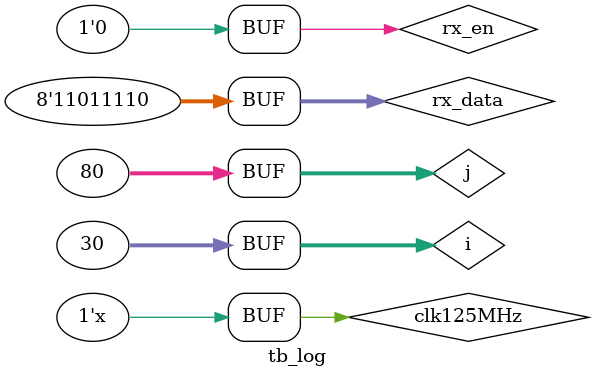
<source format=v>
`timescale 1ns / 1ps


module tb_log(

    );
    
    
    reg rx_en=0,clk125MHz=0;
    reg [7:0] rx_data=0;
    
    wire [31:0] countp,okp;
    wire finished,started;
    
    log uut(
        .rx_en(rx_en),
        .clk125MHz(clk125MHz),
        .rx_data(rx_data),
        .countp(countp),
        .okp(okp),
        .finished(finished),
        .started(started)
        );
        
        integer i,j,k;
        
        always #10 begin
            clk125MHz <= !clk125MHz;
        end
        
        initial begin
            for (j=0;j<80;j=j+1) begin
            
            
            #20
            rx_en = 1;
            for (i=0;i<30;i=i+1) begin
                if (i==3)
                    rx_data=0;
                else if (i==4) 
                    rx_data=0;
                else if (i==5)
                    if (j<40)
                    rx_data = j;
                    else
                    rx_data = 30;
                 else rx_data = 8'hde;
              #20;
              end
              rx_en=0;
              #80;
              end
          end
                
        
endmodule

</source>
